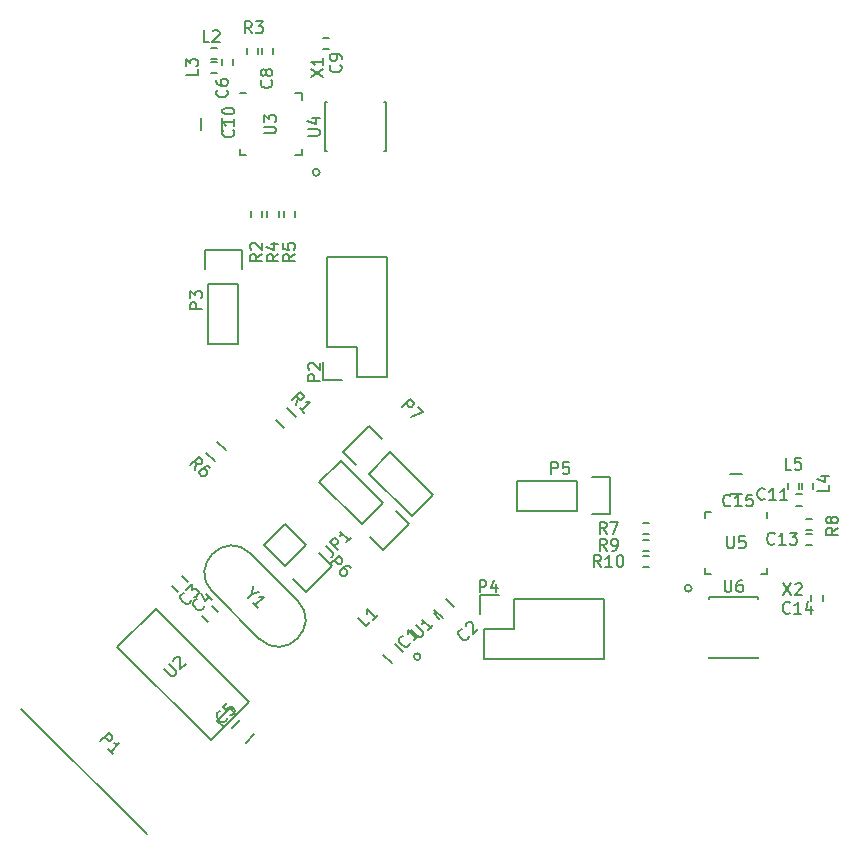
<source format=gto>
G04 #@! TF.FileFunction,Legend,Top*
%FSLAX46Y46*%
G04 Gerber Fmt 4.6, Leading zero omitted, Abs format (unit mm)*
G04 Created by KiCad (PCBNEW (2015-11-24 BZR 6329)-product) date Wed 28 Sep 2016 12:51:07 PM EDT*
%MOMM*%
G01*
G04 APERTURE LIST*
%ADD10C,0.100000*%
%ADD11C,0.150000*%
G04 APERTURE END LIST*
D10*
D11*
X124567744Y-93831150D02*
X125274850Y-94538256D01*
X124320256Y-95492850D02*
X123613150Y-94785744D01*
X130220256Y-92692850D02*
X129513150Y-91985744D01*
X130467744Y-91031150D02*
X131174850Y-91738256D01*
X156273000Y-99953000D02*
X157823000Y-99953000D01*
X157823000Y-99953000D02*
X157823000Y-96853000D01*
X157823000Y-96853000D02*
X156273000Y-96853000D01*
X155003000Y-99673000D02*
X149923000Y-99673000D01*
X149923000Y-99673000D02*
X149923000Y-97133000D01*
X149923000Y-97133000D02*
X155003000Y-97133000D01*
X155003000Y-97133000D02*
X155003000Y-99673000D01*
X171098000Y-105028000D02*
X170573000Y-105028000D01*
X165848000Y-99778000D02*
X166373000Y-99778000D01*
X165848000Y-105028000D02*
X166373000Y-105028000D01*
X171098000Y-99778000D02*
X171098000Y-100303000D01*
X165848000Y-99778000D02*
X165848000Y-100303000D01*
X165848000Y-105028000D02*
X165848000Y-104503000D01*
X171098000Y-105028000D02*
X171098000Y-104503000D01*
X160623000Y-104478000D02*
X161123000Y-104478000D01*
X161123000Y-103528000D02*
X160623000Y-103528000D01*
X160623000Y-103078000D02*
X161123000Y-103078000D01*
X161123000Y-102128000D02*
X160623000Y-102128000D01*
X174433000Y-101318000D02*
X174933000Y-101318000D01*
X174933000Y-100368000D02*
X174433000Y-100368000D01*
X161123000Y-100728000D02*
X160623000Y-100728000D01*
X160623000Y-101678000D02*
X161123000Y-101678000D01*
X174028000Y-97333000D02*
X174028000Y-97833000D01*
X174978000Y-97833000D02*
X174978000Y-97333000D01*
X167983000Y-98243000D02*
X168983000Y-98243000D01*
X168983000Y-96543000D02*
X167983000Y-96543000D01*
X175798000Y-107303000D02*
X175798000Y-106803000D01*
X174848000Y-106803000D02*
X174848000Y-107303000D01*
X174923000Y-101628000D02*
X174423000Y-101628000D01*
X174423000Y-102578000D02*
X174923000Y-102578000D01*
X164714548Y-106253000D02*
G75*
G03X164714548Y-106253000I-291548J0D01*
G01*
X166198000Y-107028000D02*
X166198000Y-107173000D01*
X170348000Y-107028000D02*
X170348000Y-107173000D01*
X170348000Y-112178000D02*
X170348000Y-112033000D01*
X166198000Y-112178000D02*
X166198000Y-112033000D01*
X166198000Y-107028000D02*
X170348000Y-107028000D01*
X166198000Y-112178000D02*
X170348000Y-112178000D01*
X172838000Y-97333000D02*
X172838000Y-97833000D01*
X173788000Y-97833000D02*
X173788000Y-97333000D01*
X174043000Y-98298000D02*
X173543000Y-98298000D01*
X173543000Y-99248000D02*
X174043000Y-99248000D01*
X149643000Y-107133000D02*
X157263000Y-107133000D01*
X157263000Y-107133000D02*
X157263000Y-112213000D01*
X157263000Y-112213000D02*
X147103000Y-112213000D01*
X147103000Y-112213000D02*
X147103000Y-109673000D01*
X148373000Y-106853000D02*
X146823000Y-106853000D01*
X147103000Y-109673000D02*
X149643000Y-109673000D01*
X149643000Y-109673000D02*
X149643000Y-107133000D01*
X146823000Y-106853000D02*
X146823000Y-108403000D01*
X121235223Y-106589751D02*
X120740249Y-106094777D01*
X121588777Y-105246249D02*
X122083751Y-105741223D01*
X124128777Y-107786249D02*
X124623751Y-108281223D01*
X123775223Y-109129751D02*
X123280249Y-108634777D01*
X127384738Y-103323845D02*
G75*
G03X124151846Y-106556739I-1616446J-1616447D01*
G01*
X128103159Y-110508051D02*
G75*
G03X131336051Y-107275159I1616446J1616446D01*
G01*
X131336051Y-107275159D02*
X127384739Y-103323846D01*
X128103159Y-110508051D02*
X124151846Y-106556739D01*
X125078497Y-118028128D02*
X124539682Y-117489313D01*
X124539682Y-117489313D02*
X125617313Y-116411682D01*
X125617313Y-116411682D02*
X126156128Y-116950497D01*
X116098241Y-111203133D02*
X119331133Y-107970241D01*
X119331133Y-107970241D02*
X127233759Y-115872867D01*
X127233759Y-115872867D02*
X124000867Y-119105759D01*
X124000867Y-119105759D02*
X116098241Y-111203133D01*
X126498513Y-117409406D02*
X125791406Y-118116513D01*
X126993487Y-119318594D02*
X127700594Y-118611487D01*
X141758391Y-112043775D02*
G75*
G03X141758391Y-112043775I-285043J0D01*
G01*
X142869657Y-108348633D02*
X143365367Y-108844343D01*
X134272031Y-104394000D02*
X133176016Y-103297984D01*
X130283949Y-100801898D02*
X132080000Y-102597949D01*
X132080000Y-102597949D02*
X130283949Y-104394000D01*
X130983984Y-105490016D02*
X132080000Y-106586031D01*
X132080000Y-106586031D02*
X134272031Y-104394000D01*
X130283949Y-104394000D02*
X128487898Y-102597949D01*
X128487898Y-102597949D02*
X130283949Y-100801898D01*
X143640256Y-108780850D02*
X142933150Y-108073744D01*
X143887744Y-107119150D02*
X144594850Y-107826256D01*
X139322256Y-112590850D02*
X138615150Y-111883744D01*
X139569744Y-110929150D02*
X140276850Y-111636256D01*
X107962847Y-116440291D02*
X118559549Y-127036993D01*
X133803000Y-85815000D02*
X133803000Y-78195000D01*
X133803000Y-78195000D02*
X138883000Y-78195000D01*
X138883000Y-78195000D02*
X138883000Y-88355000D01*
X138883000Y-88355000D02*
X136343000Y-88355000D01*
X133523000Y-87085000D02*
X133523000Y-88635000D01*
X136343000Y-88355000D02*
X136343000Y-85815000D01*
X136343000Y-85815000D02*
X133803000Y-85815000D01*
X133523000Y-88635000D02*
X135073000Y-88635000D01*
X124968000Y-61415000D02*
X124968000Y-61915000D01*
X125918000Y-61915000D02*
X125918000Y-61415000D01*
X124003000Y-62620000D02*
X124503000Y-62620000D01*
X124503000Y-61670000D02*
X124003000Y-61670000D01*
X133214548Y-71035000D02*
G75*
G03X133214548Y-71035000I-291548J0D01*
G01*
X133698000Y-69260000D02*
X133843000Y-69260000D01*
X133698000Y-65110000D02*
X133843000Y-65110000D01*
X138848000Y-65110000D02*
X138703000Y-65110000D01*
X138848000Y-69260000D02*
X138703000Y-69260000D01*
X133698000Y-69260000D02*
X133698000Y-65110000D01*
X138848000Y-69260000D02*
X138848000Y-65110000D01*
X128298000Y-60535000D02*
X128298000Y-61035000D01*
X129248000Y-61035000D02*
X129248000Y-60535000D01*
X133973000Y-59660000D02*
X133473000Y-59660000D01*
X133473000Y-60610000D02*
X133973000Y-60610000D01*
X124913000Y-67475000D02*
X124913000Y-66475000D01*
X123213000Y-66475000D02*
X123213000Y-67475000D01*
X124003000Y-61430000D02*
X124503000Y-61430000D01*
X124503000Y-60480000D02*
X124003000Y-60480000D01*
X127398000Y-74335000D02*
X127398000Y-74835000D01*
X128348000Y-74835000D02*
X128348000Y-74335000D01*
X127988000Y-61025000D02*
X127988000Y-60525000D01*
X127038000Y-60525000D02*
X127038000Y-61025000D01*
X129748000Y-74835000D02*
X129748000Y-74335000D01*
X128798000Y-74335000D02*
X128798000Y-74835000D01*
X131148000Y-74835000D02*
X131148000Y-74335000D01*
X130198000Y-74335000D02*
X130198000Y-74835000D01*
X131698000Y-64360000D02*
X131698000Y-64885000D01*
X126448000Y-69610000D02*
X126448000Y-69085000D01*
X131698000Y-69610000D02*
X131698000Y-69085000D01*
X126448000Y-64360000D02*
X126973000Y-64360000D01*
X126448000Y-69610000D02*
X126973000Y-69610000D01*
X131698000Y-69610000D02*
X131173000Y-69610000D01*
X131698000Y-64360000D02*
X131173000Y-64360000D01*
X126623000Y-79185000D02*
X126623000Y-77635000D01*
X126623000Y-77635000D02*
X123523000Y-77635000D01*
X123523000Y-77635000D02*
X123523000Y-79185000D01*
X126343000Y-80455000D02*
X126343000Y-85535000D01*
X126343000Y-85535000D02*
X123803000Y-85535000D01*
X123803000Y-85535000D02*
X123803000Y-80455000D01*
X123803000Y-80455000D02*
X126343000Y-80455000D01*
X137487984Y-101928016D02*
X138584000Y-103024031D01*
X138584000Y-103024031D02*
X140776031Y-100832000D01*
X140776031Y-100832000D02*
X139680016Y-99735984D01*
X136787949Y-100832000D02*
X133195846Y-97239898D01*
X133195846Y-97239898D02*
X134991898Y-95443846D01*
X134991898Y-95443846D02*
X138584000Y-99035949D01*
X138584000Y-99035949D02*
X136787949Y-100832000D01*
X138510016Y-93645984D02*
X137414000Y-92549969D01*
X137414000Y-92549969D02*
X135221969Y-94742000D01*
X135221969Y-94742000D02*
X136317984Y-95838016D01*
X139210051Y-94742000D02*
X142802154Y-98334102D01*
X142802154Y-98334102D02*
X141006102Y-100130154D01*
X141006102Y-100130154D02*
X137414000Y-96538051D01*
X137414000Y-96538051D02*
X139210051Y-94742000D01*
X122662765Y-96207534D02*
X122763780Y-95635113D01*
X122258703Y-95803473D02*
X122965810Y-95096366D01*
X123235185Y-95365740D01*
X123268856Y-95466756D01*
X123268856Y-95534099D01*
X123235185Y-95635114D01*
X123134169Y-95736129D01*
X123033154Y-95769801D01*
X122965811Y-95769801D01*
X122864796Y-95736129D01*
X122595421Y-95466755D01*
X123975963Y-96106519D02*
X123841275Y-95971831D01*
X123740260Y-95938160D01*
X123672917Y-95938160D01*
X123504558Y-95971831D01*
X123336200Y-96072846D01*
X123066825Y-96342221D01*
X123033154Y-96443236D01*
X123033154Y-96510579D01*
X123066825Y-96611595D01*
X123201513Y-96746282D01*
X123302528Y-96779954D01*
X123369871Y-96779954D01*
X123470887Y-96746282D01*
X123639245Y-96577924D01*
X123672918Y-96476908D01*
X123672918Y-96409564D01*
X123639246Y-96308549D01*
X123504558Y-96173862D01*
X123403543Y-96140190D01*
X123336200Y-96140190D01*
X123235184Y-96173862D01*
X131249771Y-90720528D02*
X131350786Y-90148107D01*
X130845709Y-90316467D02*
X131552816Y-89609360D01*
X131822191Y-89878734D01*
X131855862Y-89979750D01*
X131855862Y-90047093D01*
X131822191Y-90148108D01*
X131721175Y-90249123D01*
X131620160Y-90282795D01*
X131552817Y-90282795D01*
X131451802Y-90249123D01*
X131182427Y-89979749D01*
X131923206Y-91393963D02*
X131519144Y-90989902D01*
X131721175Y-91191932D02*
X132428281Y-90484825D01*
X132259923Y-90518497D01*
X132125236Y-90518497D01*
X132024221Y-90484825D01*
X152834905Y-96580381D02*
X152834905Y-95580381D01*
X153215858Y-95580381D01*
X153311096Y-95628000D01*
X153358715Y-95675619D01*
X153406334Y-95770857D01*
X153406334Y-95913714D01*
X153358715Y-96008952D01*
X153311096Y-96056571D01*
X153215858Y-96104190D01*
X152834905Y-96104190D01*
X154311096Y-95580381D02*
X153834905Y-95580381D01*
X153787286Y-96056571D01*
X153834905Y-96008952D01*
X153930143Y-95961333D01*
X154168239Y-95961333D01*
X154263477Y-96008952D01*
X154311096Y-96056571D01*
X154358715Y-96151810D01*
X154358715Y-96389905D01*
X154311096Y-96485143D01*
X154263477Y-96532762D01*
X154168239Y-96580381D01*
X153930143Y-96580381D01*
X153834905Y-96532762D01*
X153787286Y-96485143D01*
X172488476Y-105830381D02*
X173155143Y-106830381D01*
X173155143Y-105830381D02*
X172488476Y-106830381D01*
X173488476Y-105925619D02*
X173536095Y-105878000D01*
X173631333Y-105830381D01*
X173869429Y-105830381D01*
X173964667Y-105878000D01*
X174012286Y-105925619D01*
X174059905Y-106020857D01*
X174059905Y-106116095D01*
X174012286Y-106258952D01*
X173440857Y-106830381D01*
X174059905Y-106830381D01*
X167711095Y-101855381D02*
X167711095Y-102664905D01*
X167758714Y-102760143D01*
X167806333Y-102807762D01*
X167901571Y-102855381D01*
X168092048Y-102855381D01*
X168187286Y-102807762D01*
X168234905Y-102760143D01*
X168282524Y-102664905D01*
X168282524Y-101855381D01*
X169234905Y-101855381D02*
X168758714Y-101855381D01*
X168711095Y-102331571D01*
X168758714Y-102283952D01*
X168853952Y-102236333D01*
X169092048Y-102236333D01*
X169187286Y-102283952D01*
X169234905Y-102331571D01*
X169282524Y-102426810D01*
X169282524Y-102664905D01*
X169234905Y-102760143D01*
X169187286Y-102807762D01*
X169092048Y-102855381D01*
X168853952Y-102855381D01*
X168758714Y-102807762D01*
X168711095Y-102760143D01*
X157030143Y-104455381D02*
X156696809Y-103979190D01*
X156458714Y-104455381D02*
X156458714Y-103455381D01*
X156839667Y-103455381D01*
X156934905Y-103503000D01*
X156982524Y-103550619D01*
X157030143Y-103645857D01*
X157030143Y-103788714D01*
X156982524Y-103883952D01*
X156934905Y-103931571D01*
X156839667Y-103979190D01*
X156458714Y-103979190D01*
X157982524Y-104455381D02*
X157411095Y-104455381D01*
X157696809Y-104455381D02*
X157696809Y-103455381D01*
X157601571Y-103598238D01*
X157506333Y-103693476D01*
X157411095Y-103741095D01*
X158601571Y-103455381D02*
X158696810Y-103455381D01*
X158792048Y-103503000D01*
X158839667Y-103550619D01*
X158887286Y-103645857D01*
X158934905Y-103836333D01*
X158934905Y-104074429D01*
X158887286Y-104264905D01*
X158839667Y-104360143D01*
X158792048Y-104407762D01*
X158696810Y-104455381D01*
X158601571Y-104455381D01*
X158506333Y-104407762D01*
X158458714Y-104360143D01*
X158411095Y-104264905D01*
X158363476Y-104074429D01*
X158363476Y-103836333D01*
X158411095Y-103645857D01*
X158458714Y-103550619D01*
X158506333Y-103503000D01*
X158601571Y-103455381D01*
X157506334Y-103055381D02*
X157173000Y-102579190D01*
X156934905Y-103055381D02*
X156934905Y-102055381D01*
X157315858Y-102055381D01*
X157411096Y-102103000D01*
X157458715Y-102150619D01*
X157506334Y-102245857D01*
X157506334Y-102388714D01*
X157458715Y-102483952D01*
X157411096Y-102531571D01*
X157315858Y-102579190D01*
X156934905Y-102579190D01*
X157982524Y-103055381D02*
X158173000Y-103055381D01*
X158268239Y-103007762D01*
X158315858Y-102960143D01*
X158411096Y-102817286D01*
X158458715Y-102626810D01*
X158458715Y-102245857D01*
X158411096Y-102150619D01*
X158363477Y-102103000D01*
X158268239Y-102055381D01*
X158077762Y-102055381D01*
X157982524Y-102103000D01*
X157934905Y-102150619D01*
X157887286Y-102245857D01*
X157887286Y-102483952D01*
X157934905Y-102579190D01*
X157982524Y-102626810D01*
X158077762Y-102674429D01*
X158268239Y-102674429D01*
X158363477Y-102626810D01*
X158411096Y-102579190D01*
X158458715Y-102483952D01*
X177109381Y-101131666D02*
X176633190Y-101465000D01*
X177109381Y-101703095D02*
X176109381Y-101703095D01*
X176109381Y-101322142D01*
X176157000Y-101226904D01*
X176204619Y-101179285D01*
X176299857Y-101131666D01*
X176442714Y-101131666D01*
X176537952Y-101179285D01*
X176585571Y-101226904D01*
X176633190Y-101322142D01*
X176633190Y-101703095D01*
X176537952Y-100560238D02*
X176490333Y-100655476D01*
X176442714Y-100703095D01*
X176347476Y-100750714D01*
X176299857Y-100750714D01*
X176204619Y-100703095D01*
X176157000Y-100655476D01*
X176109381Y-100560238D01*
X176109381Y-100369761D01*
X176157000Y-100274523D01*
X176204619Y-100226904D01*
X176299857Y-100179285D01*
X176347476Y-100179285D01*
X176442714Y-100226904D01*
X176490333Y-100274523D01*
X176537952Y-100369761D01*
X176537952Y-100560238D01*
X176585571Y-100655476D01*
X176633190Y-100703095D01*
X176728429Y-100750714D01*
X176918905Y-100750714D01*
X177014143Y-100703095D01*
X177061762Y-100655476D01*
X177109381Y-100560238D01*
X177109381Y-100369761D01*
X177061762Y-100274523D01*
X177014143Y-100226904D01*
X176918905Y-100179285D01*
X176728429Y-100179285D01*
X176633190Y-100226904D01*
X176585571Y-100274523D01*
X176537952Y-100369761D01*
X157506334Y-101655381D02*
X157173000Y-101179190D01*
X156934905Y-101655381D02*
X156934905Y-100655381D01*
X157315858Y-100655381D01*
X157411096Y-100703000D01*
X157458715Y-100750619D01*
X157506334Y-100845857D01*
X157506334Y-100988714D01*
X157458715Y-101083952D01*
X157411096Y-101131571D01*
X157315858Y-101179190D01*
X156934905Y-101179190D01*
X157839667Y-100655381D02*
X158506334Y-100655381D01*
X158077762Y-101655381D01*
X176355381Y-97549666D02*
X176355381Y-98025857D01*
X175355381Y-98025857D01*
X175688714Y-96787761D02*
X176355381Y-96787761D01*
X175307762Y-97025857D02*
X176022048Y-97263952D01*
X176022048Y-96644904D01*
X167990143Y-99225143D02*
X167942524Y-99272762D01*
X167799667Y-99320381D01*
X167704429Y-99320381D01*
X167561571Y-99272762D01*
X167466333Y-99177524D01*
X167418714Y-99082286D01*
X167371095Y-98891810D01*
X167371095Y-98748952D01*
X167418714Y-98558476D01*
X167466333Y-98463238D01*
X167561571Y-98368000D01*
X167704429Y-98320381D01*
X167799667Y-98320381D01*
X167942524Y-98368000D01*
X167990143Y-98415619D01*
X168942524Y-99320381D02*
X168371095Y-99320381D01*
X168656809Y-99320381D02*
X168656809Y-98320381D01*
X168561571Y-98463238D01*
X168466333Y-98558476D01*
X168371095Y-98606095D01*
X169847286Y-98320381D02*
X169371095Y-98320381D01*
X169323476Y-98796571D01*
X169371095Y-98748952D01*
X169466333Y-98701333D01*
X169704429Y-98701333D01*
X169799667Y-98748952D01*
X169847286Y-98796571D01*
X169894905Y-98891810D01*
X169894905Y-99129905D01*
X169847286Y-99225143D01*
X169799667Y-99272762D01*
X169704429Y-99320381D01*
X169466333Y-99320381D01*
X169371095Y-99272762D01*
X169323476Y-99225143D01*
X173030143Y-108310143D02*
X172982524Y-108357762D01*
X172839667Y-108405381D01*
X172744429Y-108405381D01*
X172601571Y-108357762D01*
X172506333Y-108262524D01*
X172458714Y-108167286D01*
X172411095Y-107976810D01*
X172411095Y-107833952D01*
X172458714Y-107643476D01*
X172506333Y-107548238D01*
X172601571Y-107453000D01*
X172744429Y-107405381D01*
X172839667Y-107405381D01*
X172982524Y-107453000D01*
X173030143Y-107500619D01*
X173982524Y-108405381D02*
X173411095Y-108405381D01*
X173696809Y-108405381D02*
X173696809Y-107405381D01*
X173601571Y-107548238D01*
X173506333Y-107643476D01*
X173411095Y-107691095D01*
X174839667Y-107738714D02*
X174839667Y-108405381D01*
X174601571Y-107357762D02*
X174363476Y-108072048D01*
X174982524Y-108072048D01*
X171730143Y-102460143D02*
X171682524Y-102507762D01*
X171539667Y-102555381D01*
X171444429Y-102555381D01*
X171301571Y-102507762D01*
X171206333Y-102412524D01*
X171158714Y-102317286D01*
X171111095Y-102126810D01*
X171111095Y-101983952D01*
X171158714Y-101793476D01*
X171206333Y-101698238D01*
X171301571Y-101603000D01*
X171444429Y-101555381D01*
X171539667Y-101555381D01*
X171682524Y-101603000D01*
X171730143Y-101650619D01*
X172682524Y-102555381D02*
X172111095Y-102555381D01*
X172396809Y-102555381D02*
X172396809Y-101555381D01*
X172301571Y-101698238D01*
X172206333Y-101793476D01*
X172111095Y-101841095D01*
X173015857Y-101555381D02*
X173634905Y-101555381D01*
X173301571Y-101936333D01*
X173444429Y-101936333D01*
X173539667Y-101983952D01*
X173587286Y-102031571D01*
X173634905Y-102126810D01*
X173634905Y-102364905D01*
X173587286Y-102460143D01*
X173539667Y-102507762D01*
X173444429Y-102555381D01*
X173158714Y-102555381D01*
X173063476Y-102507762D01*
X173015857Y-102460143D01*
X167511095Y-105555381D02*
X167511095Y-106364905D01*
X167558714Y-106460143D01*
X167606333Y-106507762D01*
X167701571Y-106555381D01*
X167892048Y-106555381D01*
X167987286Y-106507762D01*
X168034905Y-106460143D01*
X168082524Y-106364905D01*
X168082524Y-105555381D01*
X168987286Y-105555381D02*
X168796809Y-105555381D01*
X168701571Y-105603000D01*
X168653952Y-105650619D01*
X168558714Y-105793476D01*
X168511095Y-105983952D01*
X168511095Y-106364905D01*
X168558714Y-106460143D01*
X168606333Y-106507762D01*
X168701571Y-106555381D01*
X168892048Y-106555381D01*
X168987286Y-106507762D01*
X169034905Y-106460143D01*
X169082524Y-106364905D01*
X169082524Y-106126810D01*
X169034905Y-106031571D01*
X168987286Y-105983952D01*
X168892048Y-105936333D01*
X168701571Y-105936333D01*
X168606333Y-105983952D01*
X168558714Y-106031571D01*
X168511095Y-106126810D01*
X173146334Y-96210381D02*
X172670143Y-96210381D01*
X172670143Y-95210381D01*
X173955858Y-95210381D02*
X173479667Y-95210381D01*
X173432048Y-95686571D01*
X173479667Y-95638952D01*
X173574905Y-95591333D01*
X173813001Y-95591333D01*
X173908239Y-95638952D01*
X173955858Y-95686571D01*
X174003477Y-95781810D01*
X174003477Y-96019905D01*
X173955858Y-96115143D01*
X173908239Y-96162762D01*
X173813001Y-96210381D01*
X173574905Y-96210381D01*
X173479667Y-96162762D01*
X173432048Y-96115143D01*
X170900143Y-98680143D02*
X170852524Y-98727762D01*
X170709667Y-98775381D01*
X170614429Y-98775381D01*
X170471571Y-98727762D01*
X170376333Y-98632524D01*
X170328714Y-98537286D01*
X170281095Y-98346810D01*
X170281095Y-98203952D01*
X170328714Y-98013476D01*
X170376333Y-97918238D01*
X170471571Y-97823000D01*
X170614429Y-97775381D01*
X170709667Y-97775381D01*
X170852524Y-97823000D01*
X170900143Y-97870619D01*
X171852524Y-98775381D02*
X171281095Y-98775381D01*
X171566809Y-98775381D02*
X171566809Y-97775381D01*
X171471571Y-97918238D01*
X171376333Y-98013476D01*
X171281095Y-98061095D01*
X172804905Y-98775381D02*
X172233476Y-98775381D01*
X172519190Y-98775381D02*
X172519190Y-97775381D01*
X172423952Y-97918238D01*
X172328714Y-98013476D01*
X172233476Y-98061095D01*
X146759905Y-106580381D02*
X146759905Y-105580381D01*
X147140858Y-105580381D01*
X147236096Y-105628000D01*
X147283715Y-105675619D01*
X147331334Y-105770857D01*
X147331334Y-105913714D01*
X147283715Y-106008952D01*
X147236096Y-106056571D01*
X147140858Y-106104190D01*
X146759905Y-106104190D01*
X148188477Y-105913714D02*
X148188477Y-106580381D01*
X147950381Y-105532762D02*
X147712286Y-106247048D01*
X148331334Y-106247048D01*
X123404965Y-107771899D02*
X123404965Y-107839242D01*
X123337621Y-107973929D01*
X123270278Y-108041273D01*
X123135590Y-108108617D01*
X123000903Y-108108617D01*
X122899888Y-108074945D01*
X122731530Y-107973930D01*
X122630514Y-107872914D01*
X122529499Y-107704555D01*
X122495827Y-107603540D01*
X122495827Y-107468853D01*
X122563171Y-107334166D01*
X122630514Y-107266822D01*
X122765201Y-107199479D01*
X122832545Y-107199479D01*
X123606995Y-106761746D02*
X124078400Y-107233151D01*
X123169262Y-106660732D02*
X123505980Y-107334167D01*
X123943713Y-106896434D01*
X122340841Y-107232449D02*
X122340841Y-107299792D01*
X122273497Y-107434479D01*
X122206154Y-107501823D01*
X122071466Y-107569167D01*
X121936779Y-107569167D01*
X121835764Y-107535495D01*
X121667406Y-107434480D01*
X121566390Y-107333464D01*
X121465375Y-107165105D01*
X121431703Y-107064090D01*
X121431703Y-106929403D01*
X121499047Y-106794716D01*
X121566390Y-106727372D01*
X121701077Y-106660029D01*
X121768421Y-106660029D01*
X121936779Y-106356984D02*
X122374512Y-105919250D01*
X122408183Y-106424327D01*
X122509199Y-106323311D01*
X122610214Y-106289639D01*
X122677558Y-106289639D01*
X122778574Y-106323312D01*
X122946932Y-106491670D01*
X122980604Y-106592686D01*
X122980604Y-106660029D01*
X122946932Y-106761044D01*
X122744901Y-106963075D01*
X122643886Y-106996747D01*
X122576543Y-106996747D01*
X127476393Y-106705230D02*
X127139675Y-107041948D01*
X127611080Y-106099139D02*
X127476393Y-106705230D01*
X128082485Y-106570544D01*
X127981470Y-107883742D02*
X127577408Y-107479681D01*
X127779439Y-107681711D02*
X128486546Y-106974604D01*
X128318187Y-107008276D01*
X128183500Y-107008276D01*
X128082485Y-106974604D01*
X120043527Y-113086361D02*
X120615947Y-113658781D01*
X120716962Y-113692453D01*
X120784305Y-113692453D01*
X120885320Y-113658781D01*
X121020008Y-113524093D01*
X121053680Y-113423078D01*
X121053680Y-113355735D01*
X121020008Y-113254720D01*
X120447588Y-112682300D01*
X120817977Y-112446598D02*
X120817977Y-112379254D01*
X120851649Y-112278239D01*
X121020008Y-112109880D01*
X121121023Y-112076208D01*
X121188367Y-112076208D01*
X121289382Y-112109880D01*
X121356725Y-112177223D01*
X121424069Y-112311910D01*
X121424069Y-113120033D01*
X121861802Y-112682300D01*
X125395764Y-117249465D02*
X125395764Y-117316808D01*
X125328420Y-117451495D01*
X125261077Y-117518839D01*
X125126389Y-117586183D01*
X124991702Y-117586183D01*
X124890687Y-117552511D01*
X124722329Y-117451496D01*
X124621313Y-117350480D01*
X124520298Y-117182121D01*
X124486626Y-117081106D01*
X124486626Y-116946419D01*
X124553970Y-116811732D01*
X124621313Y-116744388D01*
X124756000Y-116677045D01*
X124823344Y-116677045D01*
X125395764Y-115969938D02*
X125059046Y-116306656D01*
X125362091Y-116677045D01*
X125362091Y-116609702D01*
X125395763Y-116508686D01*
X125564122Y-116340327D01*
X125665137Y-116306655D01*
X125732481Y-116306655D01*
X125833497Y-116340328D01*
X126001855Y-116508686D01*
X126035527Y-116609702D01*
X126035527Y-116677045D01*
X126001855Y-116778060D01*
X125833496Y-116946419D01*
X125732481Y-116980091D01*
X125665137Y-116980091D01*
X140989316Y-109808812D02*
X141561736Y-110381232D01*
X141662751Y-110414904D01*
X141730094Y-110414904D01*
X141831109Y-110381232D01*
X141965797Y-110246544D01*
X141999469Y-110145529D01*
X141999469Y-110078186D01*
X141965797Y-109977171D01*
X141393377Y-109404751D01*
X142807591Y-109404751D02*
X142403529Y-109808812D01*
X142605560Y-109606782D02*
X141898453Y-108899675D01*
X141932125Y-109068034D01*
X141932125Y-109202720D01*
X141898453Y-109303736D01*
X137520198Y-109104144D02*
X137183480Y-109440862D01*
X136476373Y-108733755D01*
X138126290Y-108498053D02*
X137722228Y-108902114D01*
X137924259Y-108700084D02*
X137217152Y-107992977D01*
X137250824Y-108161336D01*
X137250824Y-108296022D01*
X137217152Y-108397038D01*
X133756584Y-102668457D02*
X134261661Y-103173534D01*
X134329004Y-103308221D01*
X134329004Y-103442908D01*
X134261660Y-103577595D01*
X134194317Y-103644939D01*
X134800408Y-103038847D02*
X134093302Y-102331740D01*
X134362676Y-102062366D01*
X134463691Y-102028694D01*
X134531035Y-102028694D01*
X134632050Y-102062366D01*
X134733065Y-102163381D01*
X134766737Y-102264396D01*
X134766737Y-102331739D01*
X134733065Y-102432755D01*
X134463691Y-102702129D01*
X135877905Y-101961351D02*
X135473843Y-102365412D01*
X135675874Y-102163382D02*
X134968767Y-101456275D01*
X135002439Y-101624633D01*
X135002439Y-101759320D01*
X134968767Y-101860335D01*
X145878587Y-110300288D02*
X145878587Y-110367631D01*
X145811243Y-110502318D01*
X145743900Y-110569662D01*
X145609212Y-110637006D01*
X145474525Y-110637006D01*
X145373510Y-110603334D01*
X145205152Y-110502319D01*
X145104136Y-110401303D01*
X145003121Y-110232944D01*
X144969449Y-110131929D01*
X144969449Y-109997242D01*
X145036793Y-109862555D01*
X145104136Y-109795211D01*
X145238823Y-109727868D01*
X145306167Y-109727868D01*
X145575540Y-109458494D02*
X145575540Y-109391151D01*
X145609212Y-109290136D01*
X145777571Y-109121776D01*
X145878587Y-109088105D01*
X145945930Y-109088105D01*
X146046945Y-109121776D01*
X146114289Y-109189120D01*
X146181632Y-109323807D01*
X146181632Y-110131929D01*
X146619365Y-109694196D01*
X140853480Y-110857597D02*
X140853480Y-110924940D01*
X140786136Y-111059627D01*
X140718793Y-111126971D01*
X140584105Y-111194315D01*
X140449418Y-111194315D01*
X140348403Y-111160643D01*
X140180045Y-111059628D01*
X140079029Y-110958612D01*
X139978014Y-110790253D01*
X139944342Y-110689238D01*
X139944342Y-110554551D01*
X140011686Y-110419864D01*
X140079029Y-110352520D01*
X140213716Y-110285177D01*
X140281060Y-110285177D01*
X141594258Y-110251505D02*
X141190197Y-110655567D01*
X141392227Y-110453536D02*
X140685120Y-109746430D01*
X140718792Y-109914788D01*
X140718792Y-110049475D01*
X140685120Y-110150490D01*
X114662333Y-119204390D02*
X115369440Y-118497283D01*
X115638815Y-118766657D01*
X115672486Y-118867673D01*
X115672486Y-118935016D01*
X115638815Y-119036031D01*
X115537799Y-119137046D01*
X115436784Y-119170718D01*
X115369441Y-119170718D01*
X115268426Y-119137046D01*
X114999051Y-118867672D01*
X115739830Y-120281886D02*
X115335768Y-119877825D01*
X115537799Y-120079855D02*
X116244905Y-119372748D01*
X116076547Y-119406420D01*
X115941860Y-119406420D01*
X115840845Y-119372748D01*
X133250381Y-88698095D02*
X132250381Y-88698095D01*
X132250381Y-88317142D01*
X132298000Y-88221904D01*
X132345619Y-88174285D01*
X132440857Y-88126666D01*
X132583714Y-88126666D01*
X132678952Y-88174285D01*
X132726571Y-88221904D01*
X132774190Y-88317142D01*
X132774190Y-88698095D01*
X132345619Y-87745714D02*
X132298000Y-87698095D01*
X132250381Y-87602857D01*
X132250381Y-87364761D01*
X132298000Y-87269523D01*
X132345619Y-87221904D01*
X132440857Y-87174285D01*
X132536095Y-87174285D01*
X132678952Y-87221904D01*
X133250381Y-87793333D01*
X133250381Y-87174285D01*
X125350143Y-64081666D02*
X125397762Y-64129285D01*
X125445381Y-64272142D01*
X125445381Y-64367380D01*
X125397762Y-64510238D01*
X125302524Y-64605476D01*
X125207286Y-64653095D01*
X125016810Y-64700714D01*
X124873952Y-64700714D01*
X124683476Y-64653095D01*
X124588238Y-64605476D01*
X124493000Y-64510238D01*
X124445381Y-64367380D01*
X124445381Y-64272142D01*
X124493000Y-64129285D01*
X124540619Y-64081666D01*
X124445381Y-63224523D02*
X124445381Y-63415000D01*
X124493000Y-63510238D01*
X124540619Y-63557857D01*
X124683476Y-63653095D01*
X124873952Y-63700714D01*
X125254905Y-63700714D01*
X125350143Y-63653095D01*
X125397762Y-63605476D01*
X125445381Y-63510238D01*
X125445381Y-63319761D01*
X125397762Y-63224523D01*
X125350143Y-63176904D01*
X125254905Y-63129285D01*
X125016810Y-63129285D01*
X124921571Y-63176904D01*
X124873952Y-63224523D01*
X124826333Y-63319761D01*
X124826333Y-63510238D01*
X124873952Y-63605476D01*
X124921571Y-63653095D01*
X125016810Y-63700714D01*
X122880381Y-62311666D02*
X122880381Y-62787857D01*
X121880381Y-62787857D01*
X121880381Y-62073571D02*
X121880381Y-61454523D01*
X122261333Y-61787857D01*
X122261333Y-61644999D01*
X122308952Y-61549761D01*
X122356571Y-61502142D01*
X122451810Y-61454523D01*
X122689905Y-61454523D01*
X122785143Y-61502142D01*
X122832762Y-61549761D01*
X122880381Y-61644999D01*
X122880381Y-61930714D01*
X122832762Y-62025952D01*
X122785143Y-62073571D01*
X132225381Y-67946905D02*
X133034905Y-67946905D01*
X133130143Y-67899286D01*
X133177762Y-67851667D01*
X133225381Y-67756429D01*
X133225381Y-67565952D01*
X133177762Y-67470714D01*
X133130143Y-67423095D01*
X133034905Y-67375476D01*
X132225381Y-67375476D01*
X132558714Y-66470714D02*
X133225381Y-66470714D01*
X132177762Y-66708810D02*
X132892048Y-66946905D01*
X132892048Y-66327857D01*
X129130143Y-63251666D02*
X129177762Y-63299285D01*
X129225381Y-63442142D01*
X129225381Y-63537380D01*
X129177762Y-63680238D01*
X129082524Y-63775476D01*
X128987286Y-63823095D01*
X128796810Y-63870714D01*
X128653952Y-63870714D01*
X128463476Y-63823095D01*
X128368238Y-63775476D01*
X128273000Y-63680238D01*
X128225381Y-63537380D01*
X128225381Y-63442142D01*
X128273000Y-63299285D01*
X128320619Y-63251666D01*
X128653952Y-62680238D02*
X128606333Y-62775476D01*
X128558714Y-62823095D01*
X128463476Y-62870714D01*
X128415857Y-62870714D01*
X128320619Y-62823095D01*
X128273000Y-62775476D01*
X128225381Y-62680238D01*
X128225381Y-62489761D01*
X128273000Y-62394523D01*
X128320619Y-62346904D01*
X128415857Y-62299285D01*
X128463476Y-62299285D01*
X128558714Y-62346904D01*
X128606333Y-62394523D01*
X128653952Y-62489761D01*
X128653952Y-62680238D01*
X128701571Y-62775476D01*
X128749190Y-62823095D01*
X128844429Y-62870714D01*
X129034905Y-62870714D01*
X129130143Y-62823095D01*
X129177762Y-62775476D01*
X129225381Y-62680238D01*
X129225381Y-62489761D01*
X129177762Y-62394523D01*
X129130143Y-62346904D01*
X129034905Y-62299285D01*
X128844429Y-62299285D01*
X128749190Y-62346904D01*
X128701571Y-62394523D01*
X128653952Y-62489761D01*
X134980143Y-61951666D02*
X135027762Y-61999285D01*
X135075381Y-62142142D01*
X135075381Y-62237380D01*
X135027762Y-62380238D01*
X134932524Y-62475476D01*
X134837286Y-62523095D01*
X134646810Y-62570714D01*
X134503952Y-62570714D01*
X134313476Y-62523095D01*
X134218238Y-62475476D01*
X134123000Y-62380238D01*
X134075381Y-62237380D01*
X134075381Y-62142142D01*
X134123000Y-61999285D01*
X134170619Y-61951666D01*
X135075381Y-61475476D02*
X135075381Y-61285000D01*
X135027762Y-61189761D01*
X134980143Y-61142142D01*
X134837286Y-61046904D01*
X134646810Y-60999285D01*
X134265857Y-60999285D01*
X134170619Y-61046904D01*
X134123000Y-61094523D01*
X134075381Y-61189761D01*
X134075381Y-61380238D01*
X134123000Y-61475476D01*
X134170619Y-61523095D01*
X134265857Y-61570714D01*
X134503952Y-61570714D01*
X134599190Y-61523095D01*
X134646810Y-61475476D01*
X134694429Y-61380238D01*
X134694429Y-61189761D01*
X134646810Y-61094523D01*
X134599190Y-61046904D01*
X134503952Y-60999285D01*
X125895143Y-67467857D02*
X125942762Y-67515476D01*
X125990381Y-67658333D01*
X125990381Y-67753571D01*
X125942762Y-67896429D01*
X125847524Y-67991667D01*
X125752286Y-68039286D01*
X125561810Y-68086905D01*
X125418952Y-68086905D01*
X125228476Y-68039286D01*
X125133238Y-67991667D01*
X125038000Y-67896429D01*
X124990381Y-67753571D01*
X124990381Y-67658333D01*
X125038000Y-67515476D01*
X125085619Y-67467857D01*
X125990381Y-66515476D02*
X125990381Y-67086905D01*
X125990381Y-66801191D02*
X124990381Y-66801191D01*
X125133238Y-66896429D01*
X125228476Y-66991667D01*
X125276095Y-67086905D01*
X124990381Y-65896429D02*
X124990381Y-65801190D01*
X125038000Y-65705952D01*
X125085619Y-65658333D01*
X125180857Y-65610714D01*
X125371333Y-65563095D01*
X125609429Y-65563095D01*
X125799905Y-65610714D01*
X125895143Y-65658333D01*
X125942762Y-65705952D01*
X125990381Y-65801190D01*
X125990381Y-65896429D01*
X125942762Y-65991667D01*
X125895143Y-66039286D01*
X125799905Y-66086905D01*
X125609429Y-66134524D01*
X125371333Y-66134524D01*
X125180857Y-66086905D01*
X125085619Y-66039286D01*
X125038000Y-65991667D01*
X124990381Y-65896429D01*
X123886334Y-60007381D02*
X123410143Y-60007381D01*
X123410143Y-59007381D01*
X124172048Y-59102619D02*
X124219667Y-59055000D01*
X124314905Y-59007381D01*
X124553001Y-59007381D01*
X124648239Y-59055000D01*
X124695858Y-59102619D01*
X124743477Y-59197857D01*
X124743477Y-59293095D01*
X124695858Y-59435952D01*
X124124429Y-60007381D01*
X124743477Y-60007381D01*
X128325381Y-77951666D02*
X127849190Y-78285000D01*
X128325381Y-78523095D02*
X127325381Y-78523095D01*
X127325381Y-78142142D01*
X127373000Y-78046904D01*
X127420619Y-77999285D01*
X127515857Y-77951666D01*
X127658714Y-77951666D01*
X127753952Y-77999285D01*
X127801571Y-78046904D01*
X127849190Y-78142142D01*
X127849190Y-78523095D01*
X127420619Y-77570714D02*
X127373000Y-77523095D01*
X127325381Y-77427857D01*
X127325381Y-77189761D01*
X127373000Y-77094523D01*
X127420619Y-77046904D01*
X127515857Y-76999285D01*
X127611095Y-76999285D01*
X127753952Y-77046904D01*
X128325381Y-77618333D01*
X128325381Y-76999285D01*
X127468334Y-59253381D02*
X127135000Y-58777190D01*
X126896905Y-59253381D02*
X126896905Y-58253381D01*
X127277858Y-58253381D01*
X127373096Y-58301000D01*
X127420715Y-58348619D01*
X127468334Y-58443857D01*
X127468334Y-58586714D01*
X127420715Y-58681952D01*
X127373096Y-58729571D01*
X127277858Y-58777190D01*
X126896905Y-58777190D01*
X127801667Y-58253381D02*
X128420715Y-58253381D01*
X128087381Y-58634333D01*
X128230239Y-58634333D01*
X128325477Y-58681952D01*
X128373096Y-58729571D01*
X128420715Y-58824810D01*
X128420715Y-59062905D01*
X128373096Y-59158143D01*
X128325477Y-59205762D01*
X128230239Y-59253381D01*
X127944524Y-59253381D01*
X127849286Y-59205762D01*
X127801667Y-59158143D01*
X129725381Y-77951666D02*
X129249190Y-78285000D01*
X129725381Y-78523095D02*
X128725381Y-78523095D01*
X128725381Y-78142142D01*
X128773000Y-78046904D01*
X128820619Y-77999285D01*
X128915857Y-77951666D01*
X129058714Y-77951666D01*
X129153952Y-77999285D01*
X129201571Y-78046904D01*
X129249190Y-78142142D01*
X129249190Y-78523095D01*
X129058714Y-77094523D02*
X129725381Y-77094523D01*
X128677762Y-77332619D02*
X129392048Y-77570714D01*
X129392048Y-76951666D01*
X131125381Y-77951666D02*
X130649190Y-78285000D01*
X131125381Y-78523095D02*
X130125381Y-78523095D01*
X130125381Y-78142142D01*
X130173000Y-78046904D01*
X130220619Y-77999285D01*
X130315857Y-77951666D01*
X130458714Y-77951666D01*
X130553952Y-77999285D01*
X130601571Y-78046904D01*
X130649190Y-78142142D01*
X130649190Y-78523095D01*
X130125381Y-77046904D02*
X130125381Y-77523095D01*
X130601571Y-77570714D01*
X130553952Y-77523095D01*
X130506333Y-77427857D01*
X130506333Y-77189761D01*
X130553952Y-77094523D01*
X130601571Y-77046904D01*
X130696810Y-76999285D01*
X130934905Y-76999285D01*
X131030143Y-77046904D01*
X131077762Y-77094523D01*
X131125381Y-77189761D01*
X131125381Y-77427857D01*
X131077762Y-77523095D01*
X131030143Y-77570714D01*
X128525381Y-67746905D02*
X129334905Y-67746905D01*
X129430143Y-67699286D01*
X129477762Y-67651667D01*
X129525381Y-67556429D01*
X129525381Y-67365952D01*
X129477762Y-67270714D01*
X129430143Y-67223095D01*
X129334905Y-67175476D01*
X128525381Y-67175476D01*
X128525381Y-66794524D02*
X128525381Y-66175476D01*
X128906333Y-66508810D01*
X128906333Y-66365952D01*
X128953952Y-66270714D01*
X129001571Y-66223095D01*
X129096810Y-66175476D01*
X129334905Y-66175476D01*
X129430143Y-66223095D01*
X129477762Y-66270714D01*
X129525381Y-66365952D01*
X129525381Y-66651667D01*
X129477762Y-66746905D01*
X129430143Y-66794524D01*
X132500381Y-62969524D02*
X133500381Y-62302857D01*
X132500381Y-62302857D02*
X133500381Y-62969524D01*
X133500381Y-61398095D02*
X133500381Y-61969524D01*
X133500381Y-61683810D02*
X132500381Y-61683810D01*
X132643238Y-61779048D01*
X132738476Y-61874286D01*
X132786095Y-61969524D01*
X123250381Y-82623095D02*
X122250381Y-82623095D01*
X122250381Y-82242142D01*
X122298000Y-82146904D01*
X122345619Y-82099285D01*
X122440857Y-82051666D01*
X122583714Y-82051666D01*
X122678952Y-82099285D01*
X122726571Y-82146904D01*
X122774190Y-82242142D01*
X122774190Y-82623095D01*
X122250381Y-81718333D02*
X122250381Y-81099285D01*
X122631333Y-81432619D01*
X122631333Y-81289761D01*
X122678952Y-81194523D01*
X122726571Y-81146904D01*
X122821810Y-81099285D01*
X123059905Y-81099285D01*
X123155143Y-81146904D01*
X123202762Y-81194523D01*
X123250381Y-81289761D01*
X123250381Y-81575476D01*
X123202762Y-81670714D01*
X123155143Y-81718333D01*
X134135961Y-104236215D02*
X134843068Y-103529108D01*
X135112443Y-103798482D01*
X135146114Y-103899498D01*
X135146114Y-103966841D01*
X135112443Y-104067856D01*
X135011427Y-104168871D01*
X134910412Y-104202543D01*
X134843069Y-104202543D01*
X134742054Y-104168871D01*
X134472679Y-103899497D01*
X135853221Y-104539261D02*
X135718533Y-104404573D01*
X135617518Y-104370902D01*
X135550175Y-104370902D01*
X135381816Y-104404573D01*
X135213458Y-104505588D01*
X134944083Y-104774963D01*
X134910412Y-104875978D01*
X134910412Y-104943321D01*
X134944083Y-105044337D01*
X135078771Y-105179024D01*
X135179786Y-105212696D01*
X135247129Y-105212696D01*
X135348145Y-105179024D01*
X135516503Y-105010666D01*
X135550176Y-104909650D01*
X135550176Y-104842306D01*
X135516504Y-104741291D01*
X135381816Y-104606604D01*
X135280801Y-104572932D01*
X135213458Y-104572932D01*
X135112442Y-104606604D01*
X140178451Y-90933725D02*
X140885558Y-90226618D01*
X141154933Y-90495992D01*
X141188604Y-90597008D01*
X141188604Y-90664351D01*
X141154933Y-90765366D01*
X141053917Y-90866381D01*
X140952902Y-90900053D01*
X140885559Y-90900053D01*
X140784544Y-90866381D01*
X140515169Y-90597007D01*
X141525321Y-90866381D02*
X141996726Y-91337786D01*
X140986573Y-91741847D01*
M02*

</source>
